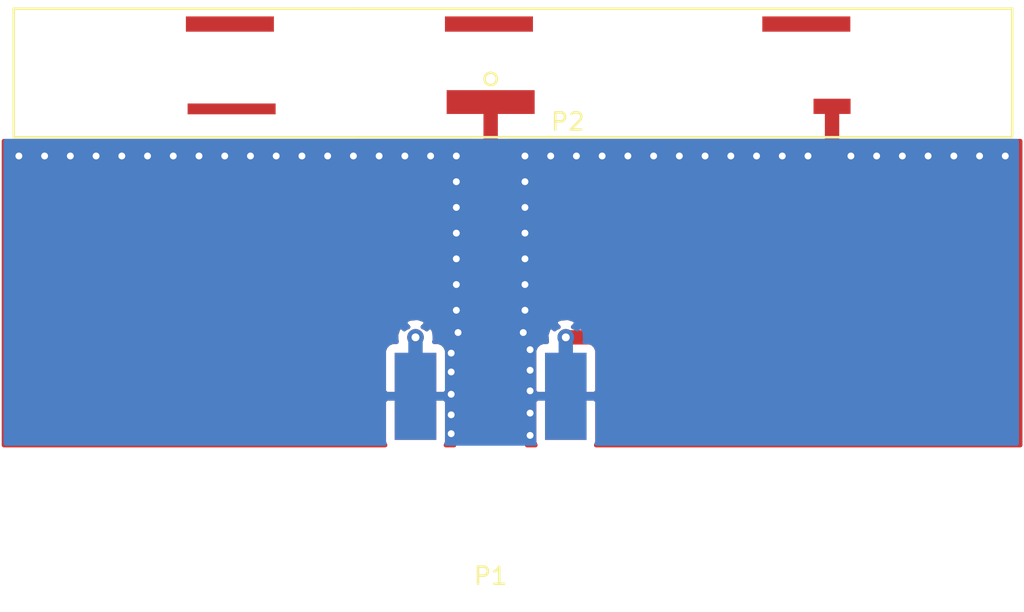
<source format=kicad_pcb>
(kicad_pcb (version 4) (host pcbnew 4.0.5)

  (general
    (links 11)
    (no_connects 0)
    (area 89.399999 96.899999 149.100001 132.815001)
    (thickness 1.6)
    (drawings 8)
    (tracks 68)
    (zones 0)
    (modules 2)
    (nets 3)
  )

  (page A4)
  (layers
    (0 F.Cu signal)
    (31 B.Cu signal)
    (32 B.Adhes user)
    (33 F.Adhes user)
    (34 B.Paste user)
    (35 F.Paste user)
    (36 B.SilkS user)
    (37 F.SilkS user)
    (38 B.Mask user)
    (39 F.Mask user)
    (40 Dwgs.User user)
    (41 Cmts.User user)
    (42 Eco1.User user)
    (43 Eco2.User user)
    (44 Edge.Cuts user)
    (45 Margin user)
    (46 B.CrtYd user)
    (47 F.CrtYd user)
    (48 B.Fab user)
    (49 F.Fab user)
  )

  (setup
    (last_trace_width 0.838)
    (trace_clearance 0.2)
    (zone_clearance 0.508)
    (zone_45_only no)
    (trace_min 0.2)
    (segment_width 0.2)
    (edge_width 0.15)
    (via_size 0.6)
    (via_drill 0.4)
    (via_min_size 0.4)
    (via_min_drill 0.3)
    (uvia_size 0.3)
    (uvia_drill 0.1)
    (uvias_allowed no)
    (uvia_min_size 0.2)
    (uvia_min_drill 0.1)
    (pcb_text_width 0.3)
    (pcb_text_size 1.5 1.5)
    (mod_edge_width 0.15)
    (mod_text_size 1 1)
    (mod_text_width 0.15)
    (pad_size 1.524 1.524)
    (pad_drill 0.762)
    (pad_to_mask_clearance 0.2)
    (aux_axis_origin 89.5 123)
    (visible_elements 7FFFFFFF)
    (pcbplotparams
      (layerselection 0x020f0_80000001)
      (usegerberextensions false)
      (excludeedgelayer true)
      (linewidth 0.100000)
      (plotframeref false)
      (viasonmask false)
      (mode 1)
      (useauxorigin true)
      (hpglpennumber 1)
      (hpglpenspeed 20)
      (hpglpendiameter 15)
      (hpglpenoverlay 2)
      (psnegative false)
      (psa4output false)
      (plotreference true)
      (plotvalue true)
      (plotinvisibletext false)
      (padsonsilk false)
      (subtractmaskfromsilk false)
      (outputformat 1)
      (mirror false)
      (drillshape 0)
      (scaleselection 1)
      (outputdirectory Gerber/))
  )

  (net 0 "")
  (net 1 "Net-(P1-Pad1)")
  (net 2 GND)

  (net_class Default "This is the default net class."
    (clearance 0.2)
    (trace_width 0.838)
    (via_dia 0.6)
    (via_drill 0.4)
    (uvia_dia 0.3)
    (uvia_drill 0.1)
    (add_net GND)
    (add_net "Net-(P1-Pad1)")
  )

  (module Connectors_Molex:Molex_SMA_Jack_Edge_Mount (layer F.Cu) (tedit 58C1BBFF) (tstamp 58C1AD9D)
    (at 118 118.3 90)
    (descr "Molex SMA Jack, Edge Mount, http://www.molex.com/pdm_docs/sd/732511150_sd.pdf")
    (tags "sma edge")
    (path /58C174BE)
    (attr smd)
    (fp_text reference P1 (at -12.2 0 180) (layer F.SilkS)
      (effects (font (size 1 1) (thickness 0.15)))
    )
    (fp_text value CONN_01X02 (at -9.7 0 180) (layer F.Fab) hide
      (effects (font (size 1 1) (thickness 0.15)))
    )
    (fp_line (start -4.76 -0.38) (end 0.49 -0.38) (layer F.Fab) (width 0.1))
    (fp_line (start -4.76 0.38) (end 0.49 0.38) (layer F.Fab) (width 0.1))
    (fp_line (start 0.49 -0.38) (end 0.49 0.38) (layer F.Fab) (width 0.1))
    (fp_line (start 0.49 3.75) (end 0.49 4.76) (layer F.Fab) (width 0.1))
    (fp_line (start 0.49 -4.76) (end 0.49 -3.75) (layer F.Fab) (width 0.1))
    (fp_line (start -14.29 -6.09) (end -14.29 6.09) (layer F.CrtYd) (width 0.05))
    (fp_line (start -14.29 6.09) (end 2.71 6.09) (layer F.CrtYd) (width 0.05))
    (fp_line (start 2.71 -6.09) (end 2.71 6.09) (layer B.CrtYd) (width 0.05))
    (fp_line (start -14.29 -6.09) (end 2.71 -6.09) (layer B.CrtYd) (width 0.05))
    (fp_line (start -14.29 -6.09) (end -14.29 6.09) (layer B.CrtYd) (width 0.05))
    (fp_line (start -14.29 6.09) (end 2.71 6.09) (layer B.CrtYd) (width 0.05))
    (fp_line (start 2.71 -6.09) (end 2.71 6.09) (layer F.CrtYd) (width 0.05))
    (fp_line (start 2.71 -6.09) (end -14.29 -6.09) (layer F.CrtYd) (width 0.05))
    (fp_line (start -4.76 -3.75) (end 0.49 -3.75) (layer F.Fab) (width 0.1))
    (fp_line (start -4.76 3.75) (end 0.49 3.75) (layer F.Fab) (width 0.1))
    (fp_line (start -13.79 -2.65) (end -5.91 -2.65) (layer F.Fab) (width 0.1))
    (fp_line (start -13.79 -2.65) (end -13.79 2.65) (layer F.Fab) (width 0.1))
    (fp_line (start -13.79 2.65) (end -5.91 2.65) (layer F.Fab) (width 0.1))
    (fp_line (start -4.76 -3.75) (end -4.76 3.75) (layer F.Fab) (width 0.1))
    (fp_line (start 0.49 -4.76) (end -5.91 -4.76) (layer F.Fab) (width 0.1))
    (fp_line (start -5.91 -4.76) (end -5.91 4.76) (layer F.Fab) (width 0.1))
    (fp_line (start -5.91 4.76) (end 0.49 4.76) (layer F.Fab) (width 0.1))
    (pad 1 smd rect (at -1.72 0 90) (size 5.08 2.29) (layers F.Cu F.Paste F.Mask)
      (net 1 "Net-(P1-Pad1)"))
    (pad 2 smd rect (at -1.72 -4.38 90) (size 5.08 2.42) (layers F.Cu F.Paste F.Mask)
      (net 2 GND))
    (pad 2 smd rect (at -1.72 4.38 90) (size 5.08 2.42) (layers F.Cu F.Paste F.Mask)
      (net 2 GND))
    (pad 2 smd rect (at -1.72 -4.38 90) (size 5.08 2.42) (layers B.Cu B.Paste B.Mask)
      (net 2 GND))
    (pad 2 smd rect (at -1.72 4.38 90) (size 5.08 2.42) (layers B.Cu B.Paste B.Mask)
      (net 2 GND))
    (pad 2 thru_hole circle (at 1.72 -4.38 90) (size 0.97 0.97) (drill 0.46) (layers *.Cu)
      (net 2 GND))
    (pad 2 thru_hole circle (at 1.72 4.38 90) (size 0.97 0.97) (drill 0.46) (layers *.Cu)
      (net 2 GND))
    (pad 2 smd rect (at 1.27 -4.38 90) (size 0.89 0.46) (layers F.Cu)
      (net 2 GND))
    (pad 2 smd rect (at 1.27 4.38 90) (size 0.89 0.46) (layers F.Cu)
      (net 2 GND))
    (pad 2 smd rect (at 1.27 -4.38 90) (size 0.89 0.46) (layers B.Cu)
      (net 2 GND))
    (pad 2 smd rect (at 1.27 4.38 90) (size 0.89 0.46) (layers B.Cu)
      (net 2 GND))
  )

  (module "915:915 PCB Antenna 01" (layer F.Cu) (tedit 58C1BBF9) (tstamp 58C1ADB1)
    (at 148.5011 105.0036)
    (path /58C199E4)
    (fp_text reference P2 (at -26.0011 -1.0036) (layer F.SilkS)
      (effects (font (size 1 1) (thickness 0.15)))
    )
    (fp_text value CONN_01X02 (at -30.5011 -5.0036) (layer F.Fab) hide
      (effects (font (size 1 1) (thickness 0.15)))
    )
    (fp_circle (center -30.5 -3.5) (end -30.3 -3.2) (layer F.SilkS) (width 0.15))
    (fp_line (start -58.3 -1) (end -58.3 -0.6) (layer F.SilkS) (width 0.15))
    (fp_line (start -0.1 -1) (end -0.1 -0.1) (layer F.SilkS) (width 0.15))
    (fp_line (start -58.3 -0.9) (end -58.3 -0.1) (layer F.SilkS) (width 0.15))
    (fp_line (start -58.3 -0.1) (end -38.2 -0.1) (layer F.SilkS) (width 0.15))
    (fp_line (start -38.3 -7.6) (end -58.3 -7.6) (layer F.SilkS) (width 0.15))
    (fp_line (start -58.3 -7.6) (end -58.3 -1) (layer F.SilkS) (width 0.15))
    (fp_line (start -38.3 -0.1) (end -0.1 -0.1) (layer F.SilkS) (width 0.15))
    (fp_line (start -0.1 -1) (end -0.1 -7.6) (layer F.SilkS) (width 0.15))
    (fp_line (start -0.1 -7.6) (end -38.3 -7.6) (layer F.SilkS) (width 0.15))
    (pad 5 smd rect (at -30.6 -6.7) (size 5.13 0.89) (layers F.Cu F.Paste F.Mask))
    (pad 2 smd rect (at -10.6 -1.9) (size 2.16 0.89) (layers F.Cu F.Paste F.Mask)
      (net 2 GND))
    (pad 1 smd rect (at -30.5 -2.15) (size 5.13 1.39) (layers F.Cu F.Paste F.Mask)
      (net 1 "Net-(P1-Pad1)"))
    (pad 3 smd rect (at -45.6 -1.75) (size 5.13 0.63) (layers F.Cu F.Paste F.Mask))
    (pad 6 smd rect (at -12.1 -6.7) (size 5.13 0.89) (layers F.Cu F.Paste F.Mask))
    (pad 4 smd rect (at -45.7 -6.7) (size 5.13 0.89) (layers F.Cu F.Paste F.Mask))
  )

  (gr_line (start 90 123) (end 89.5 123) (angle 90) (layer Margin) (width 0.2))
  (gr_line (start 90 97) (end 89.5 97) (angle 90) (layer Margin) (width 0.2))
  (gr_line (start 89.5 122) (end 89.5 123) (angle 90) (layer Margin) (width 0.2))
  (gr_line (start 149 122) (end 149 123) (angle 90) (layer Margin) (width 0.2))
  (gr_line (start 90 97) (end 149 97) (angle 90) (layer Margin) (width 0.2))
  (gr_line (start 89.5 122) (end 89.5 97) (angle 90) (layer Margin) (width 0.2))
  (gr_line (start 149 123) (end 90 123) (angle 90) (layer Margin) (width 0.2))
  (gr_line (start 149 97) (end 149 122) (angle 90) (layer Margin) (width 0.2))

  (segment (start 118.0011 102.8536) (end 118.0011 120.0189) (width 0.838) (layer F.Cu) (net 1))
  (segment (start 118.0011 120.0189) (end 118 120.02) (width 0.838) (layer F.Cu) (net 1) (tstamp 58C1BB8F))
  (via (at 120.3 122.3) (size 0.6) (drill 0.4) (layers F.Cu B.Cu) (net 2))
  (via (at 120.3 121) (size 0.6) (drill 0.4) (layers F.Cu B.Cu) (net 2))
  (via (at 120.3 119.7) (size 0.6) (drill 0.4) (layers F.Cu B.Cu) (net 2))
  (via (at 120.3 118.5) (size 0.6) (drill 0.4) (layers F.Cu B.Cu) (net 2))
  (via (at 120.3 117.3) (size 0.6) (drill 0.4) (layers F.Cu B.Cu) (net 2))
  (via (at 119.9 116.3) (size 0.6) (drill 0.4) (layers F.Cu B.Cu) (net 2))
  (via (at 120 115) (size 0.6) (drill 0.4) (layers F.Cu B.Cu) (net 2))
  (via (at 120 113.5) (size 0.6) (drill 0.4) (layers F.Cu B.Cu) (net 2))
  (via (at 120 112) (size 0.6) (drill 0.4) (layers F.Cu B.Cu) (net 2))
  (via (at 120 110.5) (size 0.6) (drill 0.4) (layers F.Cu B.Cu) (net 2))
  (via (at 120 109) (size 0.6) (drill 0.4) (layers F.Cu B.Cu) (net 2))
  (via (at 120 107.5) (size 0.6) (drill 0.4) (layers F.Cu B.Cu) (net 2))
  (via (at 120 106) (size 0.6) (drill 0.4) (layers F.Cu B.Cu) (net 2))
  (via (at 121.5 106) (size 0.6) (drill 0.4) (layers F.Cu B.Cu) (net 2))
  (via (at 123 106) (size 0.6) (drill 0.4) (layers F.Cu B.Cu) (net 2))
  (via (at 124.5 106) (size 0.6) (drill 0.4) (layers F.Cu B.Cu) (net 2))
  (via (at 126 106) (size 0.6) (drill 0.4) (layers F.Cu B.Cu) (net 2))
  (via (at 127.5 106) (size 0.6) (drill 0.4) (layers F.Cu B.Cu) (net 2))
  (via (at 129 106) (size 0.6) (drill 0.4) (layers F.Cu B.Cu) (net 2))
  (via (at 130.5 106) (size 0.6) (drill 0.4) (layers F.Cu B.Cu) (net 2))
  (via (at 132 106) (size 0.6) (drill 0.4) (layers F.Cu B.Cu) (net 2))
  (via (at 133.5 106) (size 0.6) (drill 0.4) (layers F.Cu B.Cu) (net 2))
  (via (at 135 106) (size 0.6) (drill 0.4) (layers F.Cu B.Cu) (net 2))
  (via (at 136.5 106) (size 0.6) (drill 0.4) (layers F.Cu B.Cu) (net 2))
  (via (at 139 106) (size 0.6) (drill 0.4) (layers F.Cu B.Cu) (net 2))
  (via (at 140.5 106) (size 0.6) (drill 0.4) (layers F.Cu B.Cu) (net 2))
  (via (at 142 106) (size 0.6) (drill 0.4) (layers F.Cu B.Cu) (net 2))
  (via (at 143.5 106) (size 0.6) (drill 0.4) (layers F.Cu B.Cu) (net 2))
  (via (at 145 106) (size 0.6) (drill 0.4) (layers F.Cu B.Cu) (net 2))
  (via (at 146.5 106) (size 0.6) (drill 0.4) (layers F.Cu B.Cu) (net 2))
  (via (at 148 106) (size 0.6) (drill 0.4) (layers F.Cu B.Cu) (net 2))
  (via (at 115.7 122.2) (size 0.6) (drill 0.4) (layers F.Cu B.Cu) (net 2))
  (via (at 115.7 121.1) (size 0.6) (drill 0.4) (layers F.Cu B.Cu) (net 2))
  (via (at 115.7 119.9) (size 0.6) (drill 0.4) (layers F.Cu B.Cu) (net 2))
  (via (at 115.7 118.6) (size 0.6) (drill 0.4) (layers F.Cu B.Cu) (net 2))
  (via (at 115.7 117.5) (size 0.6) (drill 0.4) (layers F.Cu B.Cu) (net 2))
  (via (at 116.1 116.3) (size 0.6) (drill 0.4) (layers F.Cu B.Cu) (net 2))
  (via (at 116 115) (size 0.6) (drill 0.4) (layers F.Cu B.Cu) (net 2))
  (via (at 116 113.5) (size 0.6) (drill 0.4) (layers F.Cu B.Cu) (net 2))
  (via (at 116 112) (size 0.6) (drill 0.4) (layers F.Cu B.Cu) (net 2))
  (via (at 116 110.5) (size 0.6) (drill 0.4) (layers F.Cu B.Cu) (net 2))
  (via (at 116 109) (size 0.6) (drill 0.4) (layers F.Cu B.Cu) (net 2))
  (via (at 116 107.5) (size 0.6) (drill 0.4) (layers F.Cu B.Cu) (net 2))
  (via (at 116 106) (size 0.6) (drill 0.4) (layers F.Cu B.Cu) (net 2))
  (via (at 114.5 106) (size 0.6) (drill 0.4) (layers F.Cu B.Cu) (net 2))
  (via (at 113 106) (size 0.6) (drill 0.4) (layers F.Cu B.Cu) (net 2))
  (via (at 111.5 106) (size 0.6) (drill 0.4) (layers F.Cu B.Cu) (net 2))
  (via (at 110 106) (size 0.6) (drill 0.4) (layers F.Cu B.Cu) (net 2))
  (via (at 108.5 106) (size 0.6) (drill 0.4) (layers F.Cu B.Cu) (net 2))
  (via (at 107 106) (size 0.6) (drill 0.4) (layers F.Cu B.Cu) (net 2))
  (via (at 105.5 106) (size 0.6) (drill 0.4) (layers F.Cu B.Cu) (net 2))
  (via (at 104 106) (size 0.6) (drill 0.4) (layers F.Cu B.Cu) (net 2))
  (via (at 102.5 106) (size 0.6) (drill 0.4) (layers F.Cu B.Cu) (net 2))
  (via (at 101 106) (size 0.6) (drill 0.4) (layers F.Cu B.Cu) (net 2))
  (via (at 99.5 106) (size 0.6) (drill 0.4) (layers F.Cu B.Cu) (net 2))
  (via (at 98 106) (size 0.6) (drill 0.4) (layers F.Cu B.Cu) (net 2))
  (via (at 96.5 106) (size 0.6) (drill 0.4) (layers F.Cu B.Cu) (net 2))
  (via (at 95 106) (size 0.6) (drill 0.4) (layers F.Cu B.Cu) (net 2))
  (via (at 93.5 106) (size 0.6) (drill 0.4) (layers F.Cu B.Cu) (net 2))
  (via (at 92 106) (size 0.6) (drill 0.4) (layers F.Cu B.Cu) (net 2))
  (via (at 90.5 106) (size 0.6) (drill 0.4) (layers F.Cu B.Cu) (net 2))
  (segment (start 137.9011 103.1036) (end 137.9011 115.6989) (width 0.838) (layer F.Cu) (net 2))
  (segment (start 137.02 116.58) (end 122.38 116.58) (width 0.838) (layer F.Cu) (net 2) (tstamp 58C2F818))
  (segment (start 137.9011 115.6989) (end 137.02 116.58) (width 0.838) (layer F.Cu) (net 2) (tstamp 58C2F812))
  (segment (start 122.38 116.58) (end 122.38 120.02) (width 0.838) (layer B.Cu) (net 2))
  (segment (start 113.62 116.58) (end 113.62 120.02) (width 0.838) (layer B.Cu) (net 2))

  (zone (net 2) (net_name GND) (layer F.Cu) (tstamp 58C1BCFA) (hatch edge 0.508)
    (connect_pads (clearance 0.508))
    (min_thickness 0.254)
    (fill yes (arc_segments 16) (thermal_gap 0.508) (thermal_bridge_width 0.508))
    (polygon
      (pts
        (xy 149 123) (xy 120 123) (xy 120 116.8) (xy 119 116.8) (xy 119 105)
        (xy 149 105)
      )
    )
    (filled_polygon
      (pts
        (xy 148.873 122.873) (xy 124.14767 122.873) (xy 124.225 122.686309) (xy 124.225 120.30575) (xy 124.06625 120.147)
        (xy 122.507 120.147) (xy 122.507 120.167) (xy 122.253 120.167) (xy 122.253 120.147) (xy 120.69375 120.147)
        (xy 120.535 120.30575) (xy 120.535 122.686309) (xy 120.61233 122.873) (xy 120.127 122.873) (xy 120.127 117.353691)
        (xy 120.535 117.353691) (xy 120.535 119.73425) (xy 120.69375 119.893) (xy 122.253 119.893) (xy 122.253 119.873)
        (xy 122.507 119.873) (xy 122.507 119.893) (xy 124.06625 119.893) (xy 124.225 119.73425) (xy 124.225 117.353691)
        (xy 124.128327 117.120302) (xy 123.949699 116.941673) (xy 123.71631 116.845) (xy 123.472129 116.845) (xy 123.513149 116.721436)
        (xy 123.481018 116.277032) (xy 123.372768 116.015692) (xy 123.1592 115.980405) (xy 123.031315 116.10829) (xy 122.969699 116.046673)
        (xy 122.802838 115.977557) (xy 122.979595 115.8008) (xy 122.944308 115.587232) (xy 122.521436 115.446851) (xy 122.077032 115.478982)
        (xy 121.815692 115.587232) (xy 121.780405 115.8008) (xy 121.957162 115.977557) (xy 121.790301 116.046673) (xy 121.728685 116.10829)
        (xy 121.6008 115.980405) (xy 121.387232 116.015692) (xy 121.246851 116.438564) (xy 121.276237 116.845) (xy 121.04369 116.845)
        (xy 120.810301 116.941673) (xy 120.631673 117.120302) (xy 120.535 117.353691) (xy 120.127 117.353691) (xy 120.127 116.8)
        (xy 120.116994 116.75059) (xy 120.088553 116.708965) (xy 120.046159 116.681685) (xy 120 116.673) (xy 119.127 116.673)
        (xy 119.127 105.127) (xy 148.873 105.127)
      )
    )
  )
  (zone (net 2) (net_name GND) (layer F.Cu) (tstamp 58C1BD17) (hatch edge 0.508)
    (connect_pads (clearance 0.508))
    (min_thickness 0.254)
    (fill yes (arc_segments 16) (thermal_gap 0.508) (thermal_bridge_width 0.508))
    (polygon
      (pts
        (xy 117 116.8) (xy 116 116.8) (xy 116 123) (xy 89.5 123) (xy 89.5 105)
        (xy 117 105)
      )
    )
    (filled_polygon
      (pts
        (xy 116.873 116.673) (xy 116 116.673) (xy 115.95059 116.683006) (xy 115.908965 116.711447) (xy 115.881685 116.753841)
        (xy 115.873 116.8) (xy 115.873 122.873) (xy 115.38767 122.873) (xy 115.465 122.686309) (xy 115.465 120.30575)
        (xy 115.30625 120.147) (xy 113.747 120.147) (xy 113.747 120.167) (xy 113.493 120.167) (xy 113.493 120.147)
        (xy 111.93375 120.147) (xy 111.775 120.30575) (xy 111.775 122.686309) (xy 111.85233 122.873) (xy 89.627 122.873)
        (xy 89.627 117.353691) (xy 111.775 117.353691) (xy 111.775 119.73425) (xy 111.93375 119.893) (xy 113.493 119.893)
        (xy 113.493 119.873) (xy 113.747 119.873) (xy 113.747 119.893) (xy 115.30625 119.893) (xy 115.465 119.73425)
        (xy 115.465 117.353691) (xy 115.368327 117.120302) (xy 115.189699 116.941673) (xy 114.95631 116.845) (xy 114.712129 116.845)
        (xy 114.753149 116.721436) (xy 114.721018 116.277032) (xy 114.612768 116.015692) (xy 114.3992 115.980405) (xy 114.271315 116.10829)
        (xy 114.209699 116.046673) (xy 114.042838 115.977557) (xy 114.219595 115.8008) (xy 114.184308 115.587232) (xy 113.761436 115.446851)
        (xy 113.317032 115.478982) (xy 113.055692 115.587232) (xy 113.020405 115.8008) (xy 113.197162 115.977557) (xy 113.030301 116.046673)
        (xy 112.968685 116.10829) (xy 112.8408 115.980405) (xy 112.627232 116.015692) (xy 112.486851 116.438564) (xy 112.516237 116.845)
        (xy 112.28369 116.845) (xy 112.050301 116.941673) (xy 111.871673 117.120302) (xy 111.775 117.353691) (xy 89.627 117.353691)
        (xy 89.627 105.127) (xy 116.873 105.127)
      )
    )
  )
  (zone (net 2) (net_name GND) (layer B.Cu) (tstamp 58C33BBD) (hatch edge 0.508)
    (connect_pads (clearance 0.508))
    (min_thickness 0.254)
    (fill yes (arc_segments 16) (thermal_gap 0.508) (thermal_bridge_width 0.508))
    (polygon
      (pts
        (xy 148.8 122.9) (xy 89.6 122.9) (xy 89.6 105) (xy 148.8 105)
      )
    )
    (filled_polygon
      (pts
        (xy 148.673 122.773) (xy 124.189091 122.773) (xy 124.225 122.686309) (xy 124.225 120.30575) (xy 124.06625 120.147)
        (xy 122.507 120.147) (xy 122.507 120.167) (xy 122.253 120.167) (xy 122.253 120.147) (xy 120.69375 120.147)
        (xy 120.535 120.30575) (xy 120.535 122.686309) (xy 120.570909 122.773) (xy 115.429091 122.773) (xy 115.465 122.686309)
        (xy 115.465 120.30575) (xy 115.30625 120.147) (xy 113.747 120.147) (xy 113.747 120.167) (xy 113.493 120.167)
        (xy 113.493 120.147) (xy 111.93375 120.147) (xy 111.775 120.30575) (xy 111.775 122.686309) (xy 111.810909 122.773)
        (xy 89.727 122.773) (xy 89.727 117.353691) (xy 111.775 117.353691) (xy 111.775 119.73425) (xy 111.93375 119.893)
        (xy 113.493 119.893) (xy 113.493 119.873) (xy 113.747 119.873) (xy 113.747 119.893) (xy 115.30625 119.893)
        (xy 115.465 119.73425) (xy 115.465 117.353691) (xy 120.535 117.353691) (xy 120.535 119.73425) (xy 120.69375 119.893)
        (xy 122.253 119.893) (xy 122.253 119.873) (xy 122.507 119.873) (xy 122.507 119.893) (xy 124.06625 119.893)
        (xy 124.225 119.73425) (xy 124.225 117.353691) (xy 124.128327 117.120302) (xy 123.949699 116.941673) (xy 123.71631 116.845)
        (xy 123.472129 116.845) (xy 123.513149 116.721436) (xy 123.481018 116.277032) (xy 123.372768 116.015692) (xy 123.1592 115.980405)
        (xy 123.031315 116.10829) (xy 122.969699 116.046673) (xy 122.802838 115.977557) (xy 122.979595 115.8008) (xy 122.944308 115.587232)
        (xy 122.521436 115.446851) (xy 122.077032 115.478982) (xy 121.815692 115.587232) (xy 121.780405 115.8008) (xy 121.957162 115.977557)
        (xy 121.790301 116.046673) (xy 121.728685 116.10829) (xy 121.6008 115.980405) (xy 121.387232 116.015692) (xy 121.246851 116.438564)
        (xy 121.276237 116.845) (xy 121.04369 116.845) (xy 120.810301 116.941673) (xy 120.631673 117.120302) (xy 120.535 117.353691)
        (xy 115.465 117.353691) (xy 115.368327 117.120302) (xy 115.189699 116.941673) (xy 114.95631 116.845) (xy 114.712129 116.845)
        (xy 114.753149 116.721436) (xy 114.721018 116.277032) (xy 114.612768 116.015692) (xy 114.3992 115.980405) (xy 114.271315 116.10829)
        (xy 114.209699 116.046673) (xy 114.042838 115.977557) (xy 114.219595 115.8008) (xy 114.184308 115.587232) (xy 113.761436 115.446851)
        (xy 113.317032 115.478982) (xy 113.055692 115.587232) (xy 113.020405 115.8008) (xy 113.197162 115.977557) (xy 113.030301 116.046673)
        (xy 112.968685 116.10829) (xy 112.8408 115.980405) (xy 112.627232 116.015692) (xy 112.486851 116.438564) (xy 112.516237 116.845)
        (xy 112.28369 116.845) (xy 112.050301 116.941673) (xy 111.871673 117.120302) (xy 111.775 117.353691) (xy 89.727 117.353691)
        (xy 89.727 105.127) (xy 148.673 105.127)
      )
    )
  )
)

</source>
